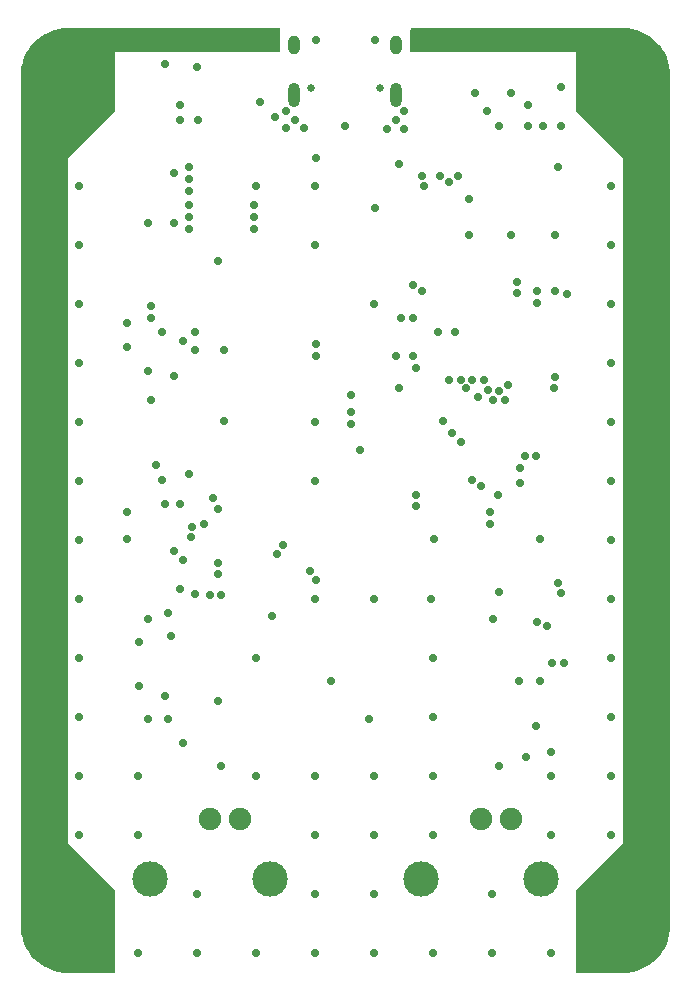
<source format=gbr>
%TF.GenerationSoftware,KiCad,Pcbnew,7.0.10*%
%TF.CreationDate,2024-01-21T20:38:52+01:00*%
%TF.ProjectId,Nemesis-MixSigPCB,4e656d65-7369-4732-9d4d-697853696750,1*%
%TF.SameCoordinates,Original*%
%TF.FileFunction,Soldermask,Bot*%
%TF.FilePolarity,Negative*%
%FSLAX46Y46*%
G04 Gerber Fmt 4.6, Leading zero omitted, Abs format (unit mm)*
G04 Created by KiCad (PCBNEW 7.0.10) date 2024-01-21 20:38:52*
%MOMM*%
%LPD*%
G01*
G04 APERTURE LIST*
%ADD10C,1.900000*%
%ADD11C,3.000000*%
%ADD12C,5.700000*%
%ADD13C,0.650000*%
%ADD14O,1.000000X2.100000*%
%ADD15O,1.000000X1.600000*%
%ADD16C,0.700000*%
G04 APERTURE END LIST*
D10*
%TO.C,J300*%
X136000000Y-117000000D03*
D11*
X141080000Y-122080000D03*
D10*
X138540000Y-117000000D03*
D11*
X130920000Y-122080000D03*
%TD*%
D12*
%TO.C,H2*%
X124000000Y-126000000D03*
%TD*%
D10*
%TO.C,J400*%
X159000000Y-117000000D03*
D11*
X164080000Y-122080000D03*
D10*
X161540000Y-117000000D03*
D11*
X153920000Y-122080000D03*
%TD*%
D13*
%TO.C,J200*%
X150390000Y-55100000D03*
X144610000Y-55100000D03*
D14*
X151820000Y-55630000D03*
D15*
X151820000Y-51450000D03*
D14*
X143180000Y-55630000D03*
D15*
X143180000Y-51450000D03*
%TD*%
D12*
%TO.C,H4*%
X124000000Y-54000000D03*
%TD*%
%TO.C,H3*%
X171000000Y-126000000D03*
%TD*%
%TO.C,H1*%
X171000000Y-54000000D03*
%TD*%
D16*
X133000000Y-62250000D03*
X134250000Y-61750000D03*
X144950000Y-83325000D03*
X129000000Y-77000000D03*
X164950000Y-118325000D03*
X134250000Y-63750000D03*
X129950000Y-128325000D03*
X158750000Y-81250000D03*
X169950000Y-63325000D03*
X149500000Y-108500000D03*
X144950000Y-98325000D03*
X132250000Y-90250000D03*
X144950000Y-68325000D03*
X152500000Y-57000000D03*
X160500000Y-97750000D03*
X159000000Y-88750000D03*
X134791639Y-97909481D03*
X151000000Y-58500000D03*
X164000000Y-93250000D03*
X133500000Y-57750000D03*
X139950000Y-103325000D03*
X156750000Y-75750000D03*
X164000000Y-105250000D03*
X159500000Y-57000000D03*
X133750000Y-110500000D03*
X158000000Y-64500000D03*
X153500000Y-78750000D03*
X153500000Y-90500000D03*
X144950000Y-63325000D03*
X154129304Y-63390666D03*
X124950000Y-93325000D03*
X149950000Y-113325000D03*
X169950000Y-83325000D03*
X139950000Y-113325000D03*
X134950000Y-53325000D03*
X124950000Y-108325000D03*
X124950000Y-73325000D03*
X166000000Y-103750000D03*
X165784606Y-97853817D03*
X135000000Y-57750000D03*
X163671611Y-109105309D03*
X161250000Y-80250000D03*
X169950000Y-118325000D03*
X158000000Y-67500000D03*
X148000000Y-83500000D03*
X124950000Y-63325000D03*
X144950000Y-88325000D03*
X141500000Y-57500000D03*
X134250000Y-87750000D03*
X132000000Y-88250000D03*
X169950000Y-73325000D03*
X152000000Y-61500000D03*
X141250000Y-99750000D03*
X139950000Y-63325000D03*
X161500000Y-55500000D03*
X137250000Y-77250000D03*
X169950000Y-103325000D03*
X169950000Y-88325000D03*
X169950000Y-113325000D03*
X160500000Y-112500000D03*
X137000000Y-98000000D03*
X163000000Y-58250000D03*
X145000000Y-96750000D03*
X129000000Y-93250000D03*
X142250000Y-93750000D03*
X134950000Y-128325000D03*
X159950000Y-128325000D03*
X149950000Y-128325000D03*
X149950000Y-118325000D03*
X132250000Y-53000000D03*
X142500000Y-58470000D03*
X124950000Y-118325000D03*
X132760010Y-101506250D03*
X131500000Y-87000000D03*
X164950000Y-113325000D03*
X133750000Y-95000000D03*
X155750000Y-83250000D03*
X151750000Y-57750000D03*
X160000000Y-81500000D03*
X124950000Y-98325000D03*
X153250000Y-77750000D03*
X160000000Y-100000000D03*
X163750000Y-100250000D03*
X159750000Y-92000000D03*
X145000000Y-76750000D03*
X134950000Y-123325000D03*
X164950000Y-128325000D03*
X159950000Y-123325000D03*
X124950000Y-103325000D03*
X129950000Y-118325000D03*
X137250000Y-83250000D03*
X143250000Y-57750000D03*
X140250000Y-56250000D03*
X164250000Y-58250000D03*
X149950000Y-73325000D03*
X145000000Y-61000000D03*
X166250000Y-72500000D03*
X156500000Y-84250000D03*
X154950000Y-113325000D03*
X129000000Y-91000000D03*
X133500000Y-90250000D03*
X169950000Y-98325000D03*
X130000000Y-102000000D03*
X154750000Y-98325000D03*
X124950000Y-78325000D03*
X139950000Y-128325000D03*
X131000000Y-74500000D03*
X169950000Y-108325000D03*
X156250000Y-79750000D03*
X142500000Y-57000000D03*
X160450000Y-89500000D03*
X124950000Y-88325000D03*
X161500000Y-67500000D03*
X132999591Y-79480444D03*
X165130000Y-80462110D03*
X130750000Y-79000000D03*
X151750000Y-77750000D03*
X163750000Y-73250000D03*
X150000000Y-65250000D03*
X158500000Y-55500000D03*
X131000000Y-73500000D03*
X152250000Y-74500000D03*
X146250000Y-105250000D03*
X133500000Y-56500000D03*
X156250000Y-63000000D03*
X130000000Y-105700000D03*
X157750000Y-80500000D03*
X155000000Y-93250000D03*
X169950000Y-78325000D03*
X144950000Y-118325000D03*
X148000000Y-81080707D03*
X162230000Y-105250000D03*
X154950000Y-103325000D03*
X124950000Y-113325000D03*
X144950000Y-113325000D03*
X154950000Y-118325000D03*
X144000000Y-58470000D03*
X162750000Y-111750000D03*
X144950000Y-123325000D03*
X160500000Y-58250000D03*
X124950000Y-68325000D03*
X163000000Y-56500000D03*
X153250000Y-71750000D03*
X169950000Y-93325000D03*
X154950000Y-108325000D03*
X133000000Y-94250000D03*
X145000000Y-77750000D03*
X154950000Y-128325000D03*
X152500000Y-58500000D03*
X136750000Y-107000000D03*
X148000000Y-82500000D03*
X147500000Y-58250000D03*
X136750000Y-69750000D03*
X169950000Y-68325000D03*
X149950000Y-123325000D03*
X163646767Y-86223238D03*
X165250000Y-67500000D03*
X162044974Y-72444977D03*
X129950000Y-113325000D03*
X149950000Y-98325000D03*
X132185560Y-106578381D03*
X129000000Y-75000000D03*
X124950000Y-83325000D03*
X137000000Y-112500000D03*
X144950000Y-128325000D03*
X134250000Y-62750000D03*
X130750000Y-108500000D03*
X133750000Y-76500000D03*
X164950000Y-111280000D03*
X132000000Y-75750000D03*
X132500000Y-108500000D03*
X134750000Y-77250000D03*
X136250000Y-89750000D03*
X132500000Y-99500000D03*
X136750000Y-90750000D03*
X134750000Y-75750000D03*
X131000000Y-81500000D03*
X130750000Y-100000000D03*
X136750000Y-95250000D03*
X165500000Y-61750000D03*
X165750000Y-58250000D03*
X148750000Y-85750000D03*
X162250000Y-87250000D03*
X152000000Y-80470000D03*
X139750000Y-67000000D03*
X134250000Y-65000000D03*
X139750000Y-66000000D03*
X134250000Y-67000000D03*
X133000000Y-66500000D03*
X165750000Y-55000000D03*
X134250000Y-66000000D03*
X162250000Y-88500000D03*
X165250000Y-79500000D03*
X135500000Y-92000000D03*
X136750000Y-96250000D03*
X130750000Y-66500000D03*
X155300000Y-75750000D03*
X139750000Y-65000000D03*
X153250000Y-74500000D03*
X154000000Y-72250000D03*
X134516662Y-92204838D03*
X136000000Y-98000000D03*
X134463810Y-93103288D03*
X133500000Y-97500000D03*
X165500000Y-97000000D03*
X162747165Y-86250085D03*
X144500000Y-96000000D03*
X153500000Y-89500000D03*
X157000000Y-62500000D03*
X157250000Y-79750000D03*
X159250000Y-79750000D03*
X154000000Y-62500000D03*
X155500000Y-62500000D03*
X158250000Y-79750000D03*
X161000000Y-81500000D03*
X165250000Y-72250000D03*
X160500000Y-80750000D03*
X163750000Y-72250000D03*
X162000000Y-71500000D03*
X159534606Y-80603817D03*
X157250000Y-85000000D03*
X141750000Y-94500000D03*
X165000000Y-103750000D03*
X158250000Y-88250000D03*
X164554987Y-100652493D03*
X159750000Y-91000000D03*
X172450000Y-95825000D03*
X129000000Y-51000000D03*
X138000000Y-51000000D03*
X132000000Y-51000000D03*
X150000000Y-51000000D03*
X172450000Y-108325000D03*
X122450000Y-118325000D03*
X122450000Y-80825000D03*
X172450000Y-120825000D03*
X172450000Y-78325000D03*
X172450000Y-118325000D03*
X122450000Y-110825000D03*
X122450000Y-98325000D03*
X172450000Y-85825000D03*
X172450000Y-58325000D03*
X135000000Y-51000000D03*
X122450000Y-73325000D03*
X122450000Y-115825000D03*
X166000000Y-51000000D03*
X122450000Y-88325000D03*
X169950000Y-120825000D03*
X122450000Y-85825000D03*
X122450000Y-65825000D03*
X172450000Y-80825000D03*
X172450000Y-93325000D03*
X122450000Y-113325000D03*
X167500000Y-123400000D03*
X172450000Y-75825000D03*
X141000000Y-51000000D03*
X122450000Y-105825000D03*
X172450000Y-60825000D03*
X172450000Y-113325000D03*
X127500000Y-56500000D03*
X172450000Y-73325000D03*
X172450000Y-110825000D03*
X167500000Y-128300000D03*
X124950000Y-58325000D03*
X122450000Y-83325000D03*
X122450000Y-70825000D03*
X122450000Y-90825000D03*
X122450000Y-95825000D03*
X172450000Y-63325000D03*
X172450000Y-103325000D03*
X122450000Y-58325000D03*
X122450000Y-75825000D03*
X169950000Y-58325000D03*
X157000000Y-51000000D03*
X122450000Y-108325000D03*
X160000000Y-51000000D03*
X172450000Y-90825000D03*
X122450000Y-103325000D03*
X122450000Y-120825000D03*
X172450000Y-65825000D03*
X172450000Y-88325000D03*
X172450000Y-83325000D03*
X172450000Y-68325000D03*
X124950000Y-120825000D03*
X122450000Y-93325000D03*
X127450000Y-123325000D03*
X122450000Y-60825000D03*
X172450000Y-115825000D03*
X145000000Y-51000000D03*
X172450000Y-105825000D03*
X172450000Y-70825000D03*
X172450000Y-100825000D03*
X127450000Y-128325000D03*
X167500000Y-56500000D03*
X122450000Y-78325000D03*
X122450000Y-63325000D03*
X172450000Y-98325000D03*
X122450000Y-68325000D03*
X163000000Y-51000000D03*
X154000000Y-51000000D03*
X122450000Y-100825000D03*
G36*
X167193039Y-50019685D02*
G01*
X167238794Y-50072489D01*
X167250000Y-50124000D01*
X167250000Y-51996947D01*
X167249850Y-52003039D01*
X167249093Y-52018428D01*
X167247903Y-52030517D01*
X167246660Y-52038903D01*
X167217359Y-52102332D01*
X167158417Y-52139850D01*
X167088548Y-52139546D01*
X167029935Y-52101516D01*
X167001187Y-52037835D01*
X167000000Y-52020722D01*
X167000000Y-52000000D01*
X153124000Y-52000000D01*
X153056961Y-51980315D01*
X153011206Y-51927511D01*
X153000000Y-51876000D01*
X153000000Y-50124000D01*
X153019685Y-50056961D01*
X153072489Y-50011206D01*
X153124000Y-50000000D01*
X167126000Y-50000000D01*
X167193039Y-50019685D01*
G37*
G36*
X171003033Y-50000149D02*
G01*
X171385985Y-50018962D01*
X171398096Y-50020155D01*
X171774334Y-50075965D01*
X171786268Y-50078339D01*
X172155237Y-50170760D01*
X172166882Y-50174293D01*
X172524989Y-50302426D01*
X172536232Y-50307082D01*
X172880085Y-50469712D01*
X172890817Y-50475449D01*
X173217051Y-50670987D01*
X173227169Y-50677747D01*
X173532684Y-50904332D01*
X173542090Y-50912052D01*
X173823913Y-51167481D01*
X173832518Y-51176086D01*
X174087947Y-51457909D01*
X174095667Y-51467315D01*
X174322252Y-51772830D01*
X174329012Y-51782948D01*
X174524550Y-52109182D01*
X174530287Y-52119914D01*
X174692917Y-52463767D01*
X174697573Y-52475010D01*
X174825706Y-52833117D01*
X174829239Y-52844762D01*
X174921660Y-53213731D01*
X174924034Y-53225665D01*
X174979844Y-53601903D01*
X174981037Y-53614013D01*
X174999851Y-53996966D01*
X175000000Y-54003051D01*
X175000000Y-125996948D01*
X174999851Y-126003033D01*
X174981037Y-126385986D01*
X174979844Y-126398096D01*
X174924034Y-126774334D01*
X174921660Y-126786268D01*
X174829239Y-127155237D01*
X174825706Y-127166882D01*
X174697573Y-127524989D01*
X174692917Y-127536232D01*
X174530287Y-127880085D01*
X174524550Y-127890817D01*
X174329012Y-128217051D01*
X174322252Y-128227169D01*
X174095667Y-128532684D01*
X174087947Y-128542090D01*
X173832518Y-128823913D01*
X173823913Y-128832518D01*
X173542090Y-129087947D01*
X173532684Y-129095667D01*
X173227169Y-129322252D01*
X173217051Y-129329012D01*
X172890817Y-129524550D01*
X172880085Y-129530287D01*
X172536232Y-129692917D01*
X172524989Y-129697573D01*
X172166882Y-129825706D01*
X172155237Y-129829239D01*
X171786268Y-129921660D01*
X171774334Y-129924034D01*
X171398096Y-129979844D01*
X171385986Y-129981037D01*
X171003034Y-129999851D01*
X170996949Y-130000000D01*
X167124000Y-130000000D01*
X167056961Y-129980315D01*
X167011206Y-129927511D01*
X167000000Y-129876000D01*
X167000000Y-123051362D01*
X167019685Y-122984323D01*
X167036319Y-122963681D01*
X170999999Y-119000000D01*
X171000000Y-118999999D01*
X171000000Y-61000000D01*
X167036319Y-57036319D01*
X167002834Y-56974996D01*
X167000000Y-56948638D01*
X167000000Y-52000000D01*
X166874000Y-52000000D01*
X166806961Y-51980315D01*
X166761206Y-51927511D01*
X166750000Y-51876000D01*
X166750000Y-50124000D01*
X166769685Y-50056961D01*
X166822489Y-50011206D01*
X166874000Y-50000000D01*
X170996949Y-50000000D01*
X171003033Y-50000149D01*
G37*
G36*
X141943039Y-50019685D02*
G01*
X141988794Y-50072489D01*
X142000000Y-50124000D01*
X142000000Y-51876000D01*
X141980315Y-51943039D01*
X141927511Y-51988794D01*
X141876000Y-52000000D01*
X128000000Y-52000000D01*
X128000000Y-52020722D01*
X127980315Y-52087761D01*
X127927511Y-52133516D01*
X127858353Y-52143460D01*
X127794797Y-52114435D01*
X127757023Y-52055657D01*
X127753342Y-52038917D01*
X127752098Y-52030531D01*
X127750905Y-52018420D01*
X127750149Y-52003031D01*
X127750000Y-51996947D01*
X127750000Y-50124000D01*
X127769685Y-50056961D01*
X127822489Y-50011206D01*
X127874000Y-50000000D01*
X141876000Y-50000000D01*
X141943039Y-50019685D01*
G37*
G36*
X128193039Y-50019685D02*
G01*
X128238794Y-50072489D01*
X128250000Y-50124000D01*
X128250000Y-51876000D01*
X128230315Y-51943039D01*
X128177511Y-51988794D01*
X128126000Y-52000000D01*
X128000000Y-52000000D01*
X128000000Y-56948638D01*
X127980315Y-57015677D01*
X127963681Y-57036319D01*
X124000000Y-60999999D01*
X124000000Y-119000000D01*
X127963681Y-122963681D01*
X127997166Y-123025004D01*
X128000000Y-123051362D01*
X128000000Y-129876000D01*
X127980315Y-129943039D01*
X127927511Y-129988794D01*
X127876000Y-130000000D01*
X124003051Y-130000000D01*
X123996966Y-129999851D01*
X123614013Y-129981037D01*
X123601903Y-129979844D01*
X123225665Y-129924034D01*
X123213731Y-129921660D01*
X122844762Y-129829239D01*
X122833117Y-129825706D01*
X122475010Y-129697573D01*
X122463767Y-129692917D01*
X122119914Y-129530287D01*
X122109182Y-129524550D01*
X121782948Y-129329012D01*
X121772830Y-129322252D01*
X121467315Y-129095667D01*
X121457909Y-129087947D01*
X121176086Y-128832518D01*
X121167481Y-128823913D01*
X120912052Y-128542090D01*
X120904332Y-128532684D01*
X120677747Y-128227169D01*
X120670987Y-128217051D01*
X120475449Y-127890817D01*
X120469712Y-127880085D01*
X120307082Y-127536232D01*
X120302426Y-127524989D01*
X120174293Y-127166882D01*
X120170760Y-127155237D01*
X120078339Y-126786268D01*
X120075965Y-126774334D01*
X120020155Y-126398096D01*
X120018962Y-126385985D01*
X120000149Y-126003032D01*
X120000000Y-125996948D01*
X120000000Y-54003051D01*
X120000149Y-53996967D01*
X120018962Y-53614014D01*
X120020155Y-53601903D01*
X120075965Y-53225665D01*
X120078339Y-53213731D01*
X120170760Y-52844762D01*
X120174293Y-52833117D01*
X120302426Y-52475010D01*
X120307082Y-52463767D01*
X120469712Y-52119914D01*
X120475449Y-52109182D01*
X120670987Y-51782948D01*
X120677747Y-51772830D01*
X120904332Y-51467315D01*
X120912052Y-51457909D01*
X121167481Y-51176086D01*
X121176086Y-51167481D01*
X121457909Y-50912052D01*
X121467315Y-50904332D01*
X121772830Y-50677747D01*
X121782948Y-50670987D01*
X122109182Y-50475449D01*
X122119914Y-50469712D01*
X122463767Y-50307082D01*
X122475010Y-50302426D01*
X122833117Y-50174293D01*
X122844762Y-50170760D01*
X123213731Y-50078339D01*
X123225665Y-50075965D01*
X123601903Y-50020155D01*
X123614014Y-50018962D01*
X123996967Y-50000149D01*
X124003051Y-50000000D01*
X128126000Y-50000000D01*
X128193039Y-50019685D01*
G37*
M02*

</source>
